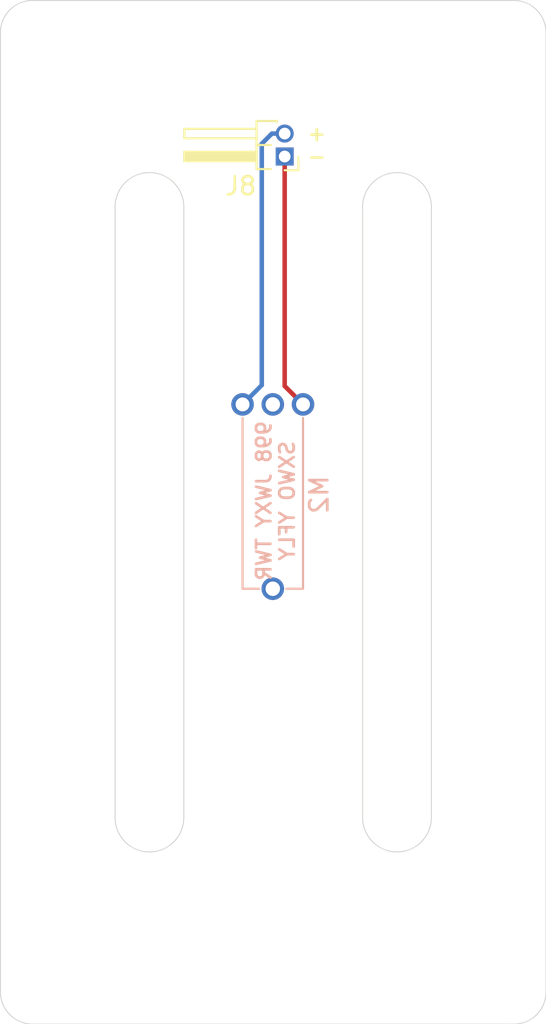
<source format=kicad_pcb>
(kicad_pcb (version 20171130) (host pcbnew "(5.1.5)-3")

  (general
    (thickness 1.6)
    (drawings 21)
    (tracks 6)
    (zones 0)
    (modules 2)
    (nets 3)
  )

  (page A4)
  (layers
    (0 F.Cu signal)
    (1 In1.Cu signal)
    (2 In2.Cu signal)
    (31 B.Cu signal)
    (32 B.Adhes user)
    (33 F.Adhes user)
    (34 B.Paste user)
    (35 F.Paste user)
    (36 B.SilkS user)
    (37 F.SilkS user)
    (38 B.Mask user)
    (39 F.Mask user)
    (40 Dwgs.User user)
    (41 Cmts.User user)
    (42 Eco1.User user)
    (43 Eco2.User user)
    (44 Edge.Cuts user)
    (45 Margin user)
    (46 B.CrtYd user hide)
    (47 F.CrtYd user hide)
    (48 B.Fab user hide)
    (49 F.Fab user hide)
  )

  (setup
    (last_trace_width 0.25)
    (trace_clearance 0.127)
    (zone_clearance 0.2)
    (zone_45_only no)
    (trace_min 0.2)
    (via_size 0.8)
    (via_drill 0.4)
    (via_min_size 0.4)
    (via_min_drill 0.3)
    (uvia_size 0.3)
    (uvia_drill 0.1)
    (uvias_allowed no)
    (uvia_min_size 0.2)
    (uvia_min_drill 0.1)
    (edge_width 0.05)
    (segment_width 0.2)
    (pcb_text_width 0.3)
    (pcb_text_size 1.5 1.5)
    (mod_edge_width 0.12)
    (mod_text_size 1 1)
    (mod_text_width 0.15)
    (pad_size 1.524 1.524)
    (pad_drill 0.762)
    (pad_to_mask_clearance 0.051)
    (solder_mask_min_width 0.25)
    (aux_axis_origin 0 0)
    (visible_elements 7FFFFFFF)
    (pcbplotparams
      (layerselection 0x010fc_ffffffff)
      (usegerberextensions false)
      (usegerberattributes false)
      (usegerberadvancedattributes false)
      (creategerberjobfile false)
      (excludeedgelayer true)
      (linewidth 0.100000)
      (plotframeref false)
      (viasonmask false)
      (mode 1)
      (useauxorigin false)
      (hpglpennumber 1)
      (hpglpenspeed 20)
      (hpglpendiameter 15.000000)
      (psnegative false)
      (psa4output false)
      (plotreference true)
      (plotvalue true)
      (plotinvisibletext false)
      (padsonsilk false)
      (subtractmaskfromsilk false)
      (outputformat 1)
      (mirror false)
      (drillshape 1)
      (scaleselection 1)
      (outputdirectory ""))
  )

  (net 0 "")
  (net 1 /Motors/+)
  (net 2 /Motors/-)

  (net_class Default "This is the default net class."
    (clearance 0.127)
    (trace_width 0.25)
    (via_dia 0.8)
    (via_drill 0.4)
    (uvia_dia 0.3)
    (uvia_drill 0.1)
    (add_net /Motors/+)
    (add_net /Motors/-)
  )

  (module Connector_PinHeader_1.27mm:PinHeader_1x02_P1.27mm_Horizontal (layer F.Cu) (tedit 59FED6E3) (tstamp 5F12C390)
    (at 146.05 77.47 180)
    (descr "Through hole angled pin header, 1x02, 1.27mm pitch, 4.0mm pin length, single row")
    (tags "Through hole angled pin header THT 1x02 1.27mm single row")
    (path /5EF97273/5F26EA67)
    (fp_text reference J8 (at 2.4325 -1.635) (layer F.SilkS)
      (effects (font (size 1 1) (thickness 0.15)))
    )
    (fp_text value MotorConn1 (at 2.4325 2.905) (layer F.Fab)
      (effects (font (size 1 1) (thickness 0.15)))
    )
    (fp_text user %R (at 1 0.635 90) (layer F.Fab)
      (effects (font (size 0.6 0.6) (thickness 0.09)))
    )
    (fp_line (start 6 -1.15) (end -1.15 -1.15) (layer F.CrtYd) (width 0.05))
    (fp_line (start 6 2.45) (end 6 -1.15) (layer F.CrtYd) (width 0.05))
    (fp_line (start -1.15 2.45) (end 6 2.45) (layer F.CrtYd) (width 0.05))
    (fp_line (start -1.15 -1.15) (end -1.15 2.45) (layer F.CrtYd) (width 0.05))
    (fp_line (start -0.76 -0.76) (end 0 -0.76) (layer F.SilkS) (width 0.12))
    (fp_line (start -0.76 0) (end -0.76 -0.76) (layer F.SilkS) (width 0.12))
    (fp_line (start 5.56 1.53) (end 1.56 1.53) (layer F.SilkS) (width 0.12))
    (fp_line (start 5.56 1.01) (end 5.56 1.53) (layer F.SilkS) (width 0.12))
    (fp_line (start 1.56 1.01) (end 5.56 1.01) (layer F.SilkS) (width 0.12))
    (fp_line (start 0.76 0.635) (end 1.56 0.635) (layer F.SilkS) (width 0.12))
    (fp_line (start 1.56 0.16) (end 5.56 0.16) (layer F.SilkS) (width 0.12))
    (fp_line (start 1.56 0.04) (end 5.56 0.04) (layer F.SilkS) (width 0.12))
    (fp_line (start 1.56 -0.08) (end 5.56 -0.08) (layer F.SilkS) (width 0.12))
    (fp_line (start 1.56 -0.2) (end 5.56 -0.2) (layer F.SilkS) (width 0.12))
    (fp_line (start 5.56 0.26) (end 1.56 0.26) (layer F.SilkS) (width 0.12))
    (fp_line (start 5.56 -0.26) (end 5.56 0.26) (layer F.SilkS) (width 0.12))
    (fp_line (start 1.56 -0.26) (end 5.56 -0.26) (layer F.SilkS) (width 0.12))
    (fp_line (start 0.44 1.965) (end 0.44 1.889677) (layer F.SilkS) (width 0.12))
    (fp_line (start 1.56 1.965) (end 0.44 1.965) (layer F.SilkS) (width 0.12))
    (fp_line (start 1.56 -0.695) (end 1.56 1.965) (layer F.SilkS) (width 0.12))
    (fp_line (start 0.76 -0.695) (end 1.56 -0.695) (layer F.SilkS) (width 0.12))
    (fp_line (start 1.5 1.47) (end 5.5 1.47) (layer F.Fab) (width 0.1))
    (fp_line (start 5.5 1.07) (end 5.5 1.47) (layer F.Fab) (width 0.1))
    (fp_line (start 1.5 1.07) (end 5.5 1.07) (layer F.Fab) (width 0.1))
    (fp_line (start -0.2 1.47) (end 0.5 1.47) (layer F.Fab) (width 0.1))
    (fp_line (start -0.2 1.07) (end -0.2 1.47) (layer F.Fab) (width 0.1))
    (fp_line (start -0.2 1.07) (end 0.5 1.07) (layer F.Fab) (width 0.1))
    (fp_line (start 1.5 0.2) (end 5.5 0.2) (layer F.Fab) (width 0.1))
    (fp_line (start 5.5 -0.2) (end 5.5 0.2) (layer F.Fab) (width 0.1))
    (fp_line (start 1.5 -0.2) (end 5.5 -0.2) (layer F.Fab) (width 0.1))
    (fp_line (start -0.2 0.2) (end 0.5 0.2) (layer F.Fab) (width 0.1))
    (fp_line (start -0.2 -0.2) (end -0.2 0.2) (layer F.Fab) (width 0.1))
    (fp_line (start -0.2 -0.2) (end 0.5 -0.2) (layer F.Fab) (width 0.1))
    (fp_line (start 0.5 -0.385) (end 0.75 -0.635) (layer F.Fab) (width 0.1))
    (fp_line (start 0.5 1.905) (end 0.5 -0.385) (layer F.Fab) (width 0.1))
    (fp_line (start 1.5 1.905) (end 0.5 1.905) (layer F.Fab) (width 0.1))
    (fp_line (start 1.5 -0.635) (end 1.5 1.905) (layer F.Fab) (width 0.1))
    (fp_line (start 0.75 -0.635) (end 1.5 -0.635) (layer F.Fab) (width 0.1))
    (pad 2 thru_hole oval (at 0 1.27 180) (size 1 1) (drill 0.65) (layers *.Cu *.Mask)
      (net 1 /Motors/+))
    (pad 1 thru_hole rect (at 0 0 180) (size 1 1) (drill 0.65) (layers *.Cu *.Mask)
      (net 2 /Motors/-))
    (model ${KISYS3DMOD}/Connector_PinHeader_1.27mm.3dshapes/PinHeader_1x02_P1.27mm_Horizontal.wrl
      (at (xyz 0 0 0))
      (scale (xyz 1 1 1))
      (rotate (xyz 0 0 0))
    )
  )

  (module Sij_Motors:316040005 (layer B.Cu) (tedit 5F0D4335) (tstamp 5F138DE7)
    (at 145.391 91.186)
    (path /5EF97273/5F074D16)
    (fp_text reference M2 (at 2.564 5 270) (layer B.SilkS)
      (effects (font (size 1 1) (thickness 0.15)) (justify mirror))
    )
    (fp_text value Motor_DC (at -2.5 5 270) (layer B.Fab)
      (effects (font (size 1 1) (thickness 0.15)) (justify mirror))
    )
    (fp_line (start -1.675 10.2) (end -0.75 10.2) (layer B.SilkS) (width 0.12))
    (fp_line (start 1.675 10.2) (end 0.75 10.2) (layer B.SilkS) (width 0.12))
    (fp_line (start 1.675 10.2) (end 1.675 0.75) (layer B.SilkS) (width 0.12))
    (fp_line (start -1.675 0.75) (end -1.675 10.2) (layer B.SilkS) (width 0.12))
    (fp_line (start -3.3 10.8) (end -3.3 13.3) (layer B.Fab) (width 0.12))
    (fp_line (start 3.3 10.8) (end -3.3 10.8) (layer B.Fab) (width 0.12))
    (fp_line (start 3.3 13.3) (end 3.3 10.8) (layer B.Fab) (width 0.12))
    (fp_line (start -3.3 13.3) (end 3.3 13.3) (layer B.Fab) (width 0.12))
    (fp_line (start 3.3 10.2) (end -3.3 10.2) (layer B.Fab) (width 0.12))
    (fp_line (start 3.3 0) (end -3.3 0) (layer B.Fab) (width 0.12))
    (fp_line (start 3.3 0) (end 3.3 10.2) (layer B.Fab) (width 0.12))
    (fp_line (start -3.3 10.2) (end -3.3 0) (layer B.Fab) (width 0.12))
    (pad "" thru_hole circle (at 0 10.2) (size 1.25 1.25) (drill 0.8) (layers *.Cu *.Mask))
    (pad 1 thru_hole circle (at -1.675 0) (size 1.25 1.25) (drill 0.77) (layers *.Cu *.Mask)
      (net 1 /Motors/+))
    (pad 2 thru_hole circle (at 1.675 0) (size 1.25 1.25) (drill 0.77) (layers *.Cu *.Mask)
      (net 2 /Motors/-))
    (pad "" thru_hole circle (at 0 0) (size 1.25 1.25) (drill 0.8) (layers *.Cu *.Mask))
  )

  (gr_text "998 JWXY TWR\nSXWO YFLY" (at 145.542 96.52 90) (layer B.SilkS) (tstamp 5F12BB4C)
    (effects (font (size 0.8 0.8) (thickness 0.15)) (justify mirror))
  )
  (gr_line (start 140.462 80.264) (end 140.462 114.046) (layer Edge.Cuts) (width 0.05) (tstamp 5F12A221))
  (gr_line (start 158.496 125.476) (end 158.75 125.476) (layer Edge.Cuts) (width 0.05) (tstamp 5F12C036))
  (gr_line (start 158.496 68.834) (end 158.75 68.834) (layer Edge.Cuts) (width 0.05) (tstamp 5F12C035))
  (gr_arc (start 132.08 70.612) (end 132.08 68.834) (angle -90) (layer Edge.Cuts) (width 0.05) (tstamp 5F12C00E))
  (gr_arc (start 152.273 114.046) (end 150.368 114.046) (angle -180) (layer Edge.Cuts) (width 0.05) (tstamp 5F12B86F))
  (gr_arc (start 152.273 80.264) (end 154.178 80.264) (angle -180) (layer Edge.Cuts) (width 0.05) (tstamp 5F12B86E))
  (gr_line (start 132.08 68.834) (end 158.496 68.834) (layer Edge.Cuts) (width 0.05) (tstamp 5F12C01D))
  (gr_line (start 132.08 125.476) (end 158.496 125.476) (layer Edge.Cuts) (width 0.05) (tstamp 5F12C029))
  (gr_arc (start 158.75 70.612) (end 160.528 70.612) (angle -90) (layer Edge.Cuts) (width 0.05) (tstamp 5F12B86B))
  (gr_line (start 154.178 80.264) (end 154.178 114.046) (layer Edge.Cuts) (width 0.05) (tstamp 5F12B86A))
  (gr_line (start 160.528 123.698) (end 160.528 70.612) (layer Edge.Cuts) (width 0.05) (tstamp 5F12B869))
  (gr_line (start 150.368 80.264) (end 150.368 114.046) (layer Edge.Cuts) (width 0.05) (tstamp 5F12B868))
  (gr_arc (start 158.75 123.698) (end 158.75 125.476) (angle -90) (layer Edge.Cuts) (width 0.05) (tstamp 5F12B867))
  (gr_arc (start 138.557 80.264) (end 140.462 80.264) (angle -180) (layer Edge.Cuts) (width 0.05) (tstamp 5F12C023))
  (gr_arc (start 132.08 123.698) (end 130.302 123.698) (angle -90) (layer Edge.Cuts) (width 0.05) (tstamp 5F12C01A))
  (gr_arc (start 138.557 114.046) (end 136.652 114.046) (angle -180) (layer Edge.Cuts) (width 0.05) (tstamp 5F12C017))
  (gr_line (start 130.302 70.612) (end 130.302 123.698) (layer Edge.Cuts) (width 0.05) (tstamp 5F12C014))
  (gr_line (start 136.652 114.046) (end 136.652 80.264) (layer Edge.Cuts) (width 0.05) (tstamp 5F12C026))
  (gr_text - (at 147.828 77.47) (layer F.SilkS) (tstamp 5F12C35F)
    (effects (font (size 0.8 0.8) (thickness 0.15)))
  )
  (gr_text + (at 147.828 76.2) (layer F.SilkS) (tstamp 5F12C362)
    (effects (font (size 0.8 0.8) (thickness 0.15)))
  )

  (segment (start 144.78 90.122) (end 143.716 91.186) (width 0.25) (layer B.Cu) (net 1))
  (segment (start 144.78 76.762894) (end 144.78 90.122) (width 0.25) (layer B.Cu) (net 1))
  (segment (start 146.05 76.2) (end 145.342894 76.2) (width 0.25) (layer B.Cu) (net 1))
  (segment (start 145.342894 76.2) (end 144.78 76.762894) (width 0.25) (layer B.Cu) (net 1))
  (segment (start 146.05 90.17) (end 147.066 91.186) (width 0.25) (layer F.Cu) (net 2))
  (segment (start 146.05 77.47) (end 146.05 90.17) (width 0.25) (layer F.Cu) (net 2))

)

</source>
